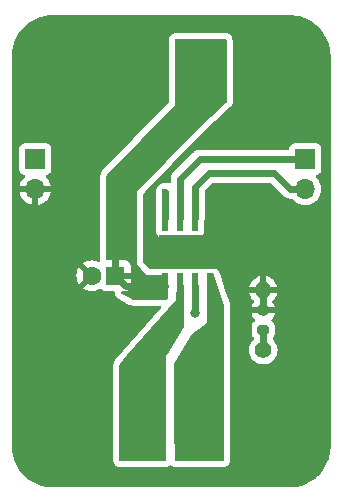
<source format=gbr>
%TF.GenerationSoftware,KiCad,Pcbnew,(7.0.0)*%
%TF.CreationDate,2023-05-21T11:31:51-07:00*%
%TF.ProjectId,DRV8870-breakout-board,44525638-3837-4302-9d62-7265616b6f75,rev?*%
%TF.SameCoordinates,Original*%
%TF.FileFunction,Copper,L1,Top*%
%TF.FilePolarity,Positive*%
%FSLAX46Y46*%
G04 Gerber Fmt 4.6, Leading zero omitted, Abs format (unit mm)*
G04 Created by KiCad (PCBNEW (7.0.0)) date 2023-05-21 11:31:51*
%MOMM*%
%LPD*%
G01*
G04 APERTURE LIST*
G04 Aperture macros list*
%AMRoundRect*
0 Rectangle with rounded corners*
0 $1 Rounding radius*
0 $2 $3 $4 $5 $6 $7 $8 $9 X,Y pos of 4 corners*
0 Add a 4 corners polygon primitive as box body*
4,1,4,$2,$3,$4,$5,$6,$7,$8,$9,$2,$3,0*
0 Add four circle primitives for the rounded corners*
1,1,$1+$1,$2,$3*
1,1,$1+$1,$4,$5*
1,1,$1+$1,$6,$7*
1,1,$1+$1,$8,$9*
0 Add four rect primitives between the rounded corners*
20,1,$1+$1,$2,$3,$4,$5,0*
20,1,$1+$1,$4,$5,$6,$7,0*
20,1,$1+$1,$6,$7,$8,$9,0*
20,1,$1+$1,$8,$9,$2,$3,0*%
G04 Aperture macros list end*
%TA.AperFunction,ComponentPad*%
%ADD10C,5.600000*%
%TD*%
%TA.AperFunction,ComponentPad*%
%ADD11R,3.000000X3.000000*%
%TD*%
%TA.AperFunction,ComponentPad*%
%ADD12C,3.000000*%
%TD*%
%TA.AperFunction,ComponentPad*%
%ADD13R,1.600000X1.600000*%
%TD*%
%TA.AperFunction,ComponentPad*%
%ADD14C,1.600000*%
%TD*%
%TA.AperFunction,ComponentPad*%
%ADD15R,1.700000X1.700000*%
%TD*%
%TA.AperFunction,ComponentPad*%
%ADD16O,1.700000X1.700000*%
%TD*%
%TA.AperFunction,SMDPad,CuDef*%
%ADD17RoundRect,0.200000X0.275000X-0.200000X0.275000X0.200000X-0.275000X0.200000X-0.275000X-0.200000X0*%
%TD*%
%TA.AperFunction,ComponentPad*%
%ADD18C,1.400000*%
%TD*%
%TA.AperFunction,ComponentPad*%
%ADD19O,1.400000X1.400000*%
%TD*%
%TA.AperFunction,SMDPad,CuDef*%
%ADD20R,0.500000X2.200000*%
%TD*%
%TA.AperFunction,ComponentPad*%
%ADD21C,0.630000*%
%TD*%
%TA.AperFunction,SMDPad,CuDef*%
%ADD22R,4.900000X2.950000*%
%TD*%
%TA.AperFunction,ViaPad*%
%ADD23C,0.800000*%
%TD*%
%TA.AperFunction,ViaPad*%
%ADD24C,0.600000*%
%TD*%
%TA.AperFunction,Conductor*%
%ADD25C,0.600000*%
%TD*%
%TA.AperFunction,Conductor*%
%ADD26C,0.400000*%
%TD*%
G04 APERTURE END LIST*
D10*
%TO.P,H104,1,1*%
%TO.N,GND*%
X140600000Y-112200000D03*
%TD*%
D11*
%TO.P,J103,1,Pin_1*%
%TO.N,GND*%
X128099999Y-79799999D03*
D12*
%TO.P,J103,2,Pin_2*%
%TO.N,VMOTORS*%
X133100000Y-79800000D03*
%TD*%
D13*
%TO.P,C101,1*%
%TO.N,VMOTORS*%
X125885112Y-97779999D03*
D14*
%TO.P,C101,2*%
%TO.N,GND*%
X123885113Y-97780000D03*
%TD*%
D15*
%TO.P,J104,1,Pin_1*%
%TO.N,+3V3*%
X119099999Y-87899999D03*
D16*
%TO.P,J104,2,Pin_2*%
%TO.N,GND*%
X119099999Y-90439999D03*
%TD*%
D17*
%TO.P,R104,1*%
%TO.N,Net-(U102-ISEN)*%
X138400000Y-102350000D03*
%TO.P,R104,2*%
%TO.N,GND*%
X138400000Y-100700000D03*
%TD*%
D18*
%TO.P,R105,1*%
%TO.N,Net-(U102-ISEN)*%
X138400000Y-104065000D03*
D19*
%TO.P,R105,2*%
%TO.N,GND*%
X138399999Y-98984999D03*
%TD*%
D10*
%TO.P,H103,1,1*%
%TO.N,GND*%
X120600000Y-112200000D03*
%TD*%
D15*
%TO.P,J102,1,Pin_1*%
%TO.N,IN1*%
X141959999Y-87899999D03*
D16*
%TO.P,J102,2,Pin_2*%
%TO.N,IN2*%
X141959999Y-90439999D03*
%TD*%
D10*
%TO.P,H102,1,1*%
%TO.N,GND*%
X140600000Y-79200000D03*
%TD*%
D11*
%TO.P,J101,1,Pin_1*%
%TO.N,OUT2*%
X133099999Y-111599999D03*
D12*
%TO.P,J101,2,Pin_2*%
%TO.N,OUT1*%
X128100000Y-111600000D03*
%TD*%
D10*
%TO.P,H101,1,1*%
%TO.N,GND*%
X120600000Y-79200000D03*
%TD*%
D20*
%TO.P,U102,1,GND*%
%TO.N,GND*%
X133904999Y-92924999D03*
%TO.P,U102,2,IN2*%
%TO.N,IN2*%
X132634999Y-92924999D03*
%TO.P,U102,3,IN1*%
%TO.N,IN1*%
X131364999Y-92924999D03*
%TO.P,U102,4,VREF*%
%TO.N,+3V3*%
X130094999Y-92924999D03*
%TO.P,U102,5,VM*%
%TO.N,VMOTORS*%
X130094999Y-98674999D03*
%TO.P,U102,6,OUT1*%
%TO.N,OUT1*%
X131364999Y-98674999D03*
%TO.P,U102,7,ISEN*%
%TO.N,Net-(U102-ISEN)*%
X132634999Y-98674999D03*
%TO.P,U102,8,OUT2*%
%TO.N,OUT2*%
X133904999Y-98674999D03*
D21*
%TO.P,U102,9,GND*%
%TO.N,GND*%
X133300000Y-95150000D03*
X132000000Y-95150000D03*
X130700000Y-95150000D03*
D22*
X131999999Y-95799999D03*
D21*
X133300000Y-96450000D03*
X132000000Y-96450000D03*
X130700000Y-96450000D03*
%TD*%
D23*
%TO.N,Net-(U102-ISEN)*%
X132635000Y-100950000D03*
D24*
%TO.N,GND*%
X128500000Y-95700000D03*
D23*
X135730000Y-91900000D03*
X137300000Y-84700000D03*
X138500000Y-106900000D03*
X123300000Y-85300000D03*
X122900000Y-105300000D03*
X134300000Y-90540000D03*
D24*
%TO.N,+3V3*%
X130100000Y-90700000D03*
%TD*%
D25*
%TO.N,VMOTORS*%
X125885113Y-90154887D02*
X125885113Y-97780000D01*
X133100000Y-79800000D02*
X133100000Y-82940000D01*
X130095000Y-98675000D02*
X126780113Y-98675000D01*
X126780113Y-98675000D02*
X125885113Y-97780000D01*
X133100000Y-82940000D02*
X125885113Y-90154887D01*
%TO.N,Net-(U102-ISEN)*%
X132635000Y-100950000D02*
X132635000Y-98675000D01*
X138400000Y-102350000D02*
X138400000Y-104065000D01*
%TO.N,GND*%
X138400000Y-100885051D02*
X138400000Y-100700000D01*
X138400000Y-100700000D02*
X138400000Y-98985000D01*
%TO.N,OUT1*%
X131365000Y-98675000D02*
X131365000Y-101615000D01*
D26*
X128100000Y-110325000D02*
X128100000Y-110700000D01*
D25*
X131365000Y-101615000D02*
X128100000Y-104880000D01*
X128100000Y-104880000D02*
X128100000Y-111600000D01*
D26*
%TO.N,OUT2*%
X133100000Y-110700000D02*
X133600000Y-110200000D01*
D25*
X133905000Y-98675000D02*
X133905000Y-110795000D01*
D26*
X133100000Y-111600000D02*
X133600000Y-111100000D01*
D25*
X133905000Y-110795000D02*
X133100000Y-111600000D01*
%TO.N,+3V3*%
X130100000Y-90700000D02*
X130100000Y-92920000D01*
X130100000Y-92920000D02*
X130095000Y-92925000D01*
%TO.N,IN2*%
X132635000Y-90255000D02*
X132635000Y-92925000D01*
X140690000Y-90440000D02*
X139350000Y-89100000D01*
X141960000Y-90440000D02*
X140690000Y-90440000D01*
X139350000Y-89100000D02*
X133790000Y-89100000D01*
X133790000Y-89100000D02*
X132635000Y-90255000D01*
%TO.N,IN1*%
X133040000Y-87900000D02*
X141960000Y-87900000D01*
X131365000Y-92925000D02*
X131365000Y-89575000D01*
X131365000Y-89575000D02*
X133040000Y-87900000D01*
%TD*%
%TA.AperFunction,Conductor*%
%TO.N,OUT2*%
G36*
X134160775Y-97610593D02*
G01*
X134202355Y-97640563D01*
X134228262Y-97684786D01*
X135093637Y-100280911D01*
X135100000Y-100320123D01*
X135100000Y-113376000D01*
X135083387Y-113438000D01*
X135038000Y-113483387D01*
X134976000Y-113500000D01*
X131023247Y-113500000D01*
X130961465Y-113483513D01*
X130916113Y-113438436D01*
X130899249Y-113376756D01*
X130882409Y-110615160D01*
X130850204Y-105333605D01*
X130866794Y-105270890D01*
X132336910Y-102722687D01*
X132371147Y-102684545D01*
X133650000Y-101750000D01*
X133650000Y-97724000D01*
X133666613Y-97662000D01*
X133712000Y-97616613D01*
X133774000Y-97600000D01*
X134110626Y-97600000D01*
X134160775Y-97610593D01*
G37*
%TD.AperFunction*%
%TD*%
%TA.AperFunction,Conductor*%
%TO.N,VMOTORS*%
G36*
X135238000Y-77716613D02*
G01*
X135283387Y-77762000D01*
X135300000Y-77824000D01*
X135300000Y-83045708D01*
X135289590Y-83095441D01*
X135260107Y-83136824D01*
X132701358Y-85498745D01*
X132701332Y-85498770D01*
X132700000Y-85500000D01*
X132698718Y-85501332D01*
X132698706Y-85501345D01*
X127708251Y-90691417D01*
X127708247Y-90691422D01*
X127700000Y-90700000D01*
X127700000Y-91900000D01*
X127700000Y-96800000D01*
X128500000Y-97700000D01*
X129900000Y-97700000D01*
X130176000Y-97700000D01*
X130238000Y-97716613D01*
X130283387Y-97762000D01*
X130300000Y-97824000D01*
X130300000Y-99676000D01*
X130283387Y-99738000D01*
X130238000Y-99783387D01*
X130176000Y-99800000D01*
X127331620Y-99800000D01*
X127272242Y-99784859D01*
X126406908Y-99312859D01*
X126360122Y-99268072D01*
X126342299Y-99205804D01*
X126358302Y-99143045D01*
X126403766Y-99096915D01*
X126466286Y-99080000D01*
X126729631Y-99080000D01*
X126736227Y-99079646D01*
X126784780Y-99074426D01*
X126799754Y-99070888D01*
X126918890Y-99026452D01*
X126934302Y-99018037D01*
X127035205Y-98942501D01*
X127047614Y-98930092D01*
X127123150Y-98829189D01*
X127131565Y-98813777D01*
X127176001Y-98694641D01*
X127179539Y-98679667D01*
X127184759Y-98631114D01*
X127185113Y-98624518D01*
X127185113Y-98046326D01*
X127181662Y-98033450D01*
X127168787Y-98030000D01*
X125759113Y-98030000D01*
X125697113Y-98013387D01*
X125651726Y-97968000D01*
X125635113Y-97906000D01*
X125635113Y-97513674D01*
X126135113Y-97513674D01*
X126138563Y-97526549D01*
X126151439Y-97530000D01*
X127168787Y-97530000D01*
X127181662Y-97526549D01*
X127185113Y-97513674D01*
X127185113Y-96935482D01*
X127184759Y-96928885D01*
X127179539Y-96880332D01*
X127176001Y-96865358D01*
X127131565Y-96746222D01*
X127123150Y-96730810D01*
X127047614Y-96629907D01*
X127035205Y-96617498D01*
X126934302Y-96541962D01*
X126918890Y-96533547D01*
X126799754Y-96489111D01*
X126784780Y-96485573D01*
X126736227Y-96480353D01*
X126729631Y-96480000D01*
X126151439Y-96480000D01*
X126138563Y-96483450D01*
X126135113Y-96496326D01*
X126135113Y-97513674D01*
X125635113Y-97513674D01*
X125635113Y-96496326D01*
X125631662Y-96483450D01*
X125618787Y-96480000D01*
X125224000Y-96480000D01*
X125162000Y-96463387D01*
X125116613Y-96418000D01*
X125100000Y-96356000D01*
X125100000Y-89350136D01*
X125109041Y-89303656D01*
X125134845Y-89263953D01*
X130891696Y-83308590D01*
X130900000Y-83300000D01*
X130900000Y-77824000D01*
X130916613Y-77762000D01*
X130962000Y-77716613D01*
X131024000Y-77700000D01*
X135176000Y-77700000D01*
X135238000Y-77716613D01*
G37*
%TD.AperFunction*%
%TD*%
%TA.AperFunction,Conductor*%
%TO.N,OUT1*%
G36*
X131638000Y-99016613D02*
G01*
X131683387Y-99062000D01*
X131700000Y-99124000D01*
X131700000Y-102064437D01*
X131681152Y-102130157D01*
X130209237Y-104485219D01*
X130209236Y-104485222D01*
X130200000Y-104500000D01*
X130200000Y-104517430D01*
X130200000Y-113376000D01*
X130183387Y-113438000D01*
X130138000Y-113483387D01*
X130076000Y-113500000D01*
X126324000Y-113500000D01*
X126262000Y-113483387D01*
X126216613Y-113438000D01*
X126200000Y-113376000D01*
X126200000Y-105346864D01*
X126208007Y-105303027D01*
X126230995Y-105264851D01*
X126890084Y-104517430D01*
X131050000Y-99800000D01*
X131050000Y-99124000D01*
X131066613Y-99062000D01*
X131112000Y-99016613D01*
X131174000Y-99000000D01*
X131576000Y-99000000D01*
X131638000Y-99016613D01*
G37*
%TD.AperFunction*%
%TD*%
%TA.AperFunction,Conductor*%
%TO.N,GND*%
G36*
X140603032Y-75700649D02*
G01*
X140607384Y-75700862D01*
X140752450Y-75707989D01*
X140943670Y-75718010D01*
X140955324Y-75719177D01*
X141121254Y-75743791D01*
X141122225Y-75743940D01*
X141294897Y-75771289D01*
X141305570Y-75773465D01*
X141471374Y-75814997D01*
X141473014Y-75815422D01*
X141638880Y-75859866D01*
X141648544Y-75862884D01*
X141736363Y-75894307D01*
X141810526Y-75920843D01*
X141813188Y-75921830D01*
X141846726Y-75934704D01*
X141972097Y-75982829D01*
X141980623Y-75986475D01*
X142136869Y-76060374D01*
X142140055Y-76061939D01*
X142282487Y-76134511D01*
X142291094Y-76138897D01*
X142298547Y-76143023D01*
X142331730Y-76162912D01*
X142447075Y-76232047D01*
X142450824Y-76234387D01*
X142592670Y-76326503D01*
X142598977Y-76330884D01*
X142738210Y-76434147D01*
X142742365Y-76437367D01*
X142873635Y-76543667D01*
X142878872Y-76548155D01*
X143007389Y-76664636D01*
X143011797Y-76668833D01*
X143131165Y-76788201D01*
X143135362Y-76792609D01*
X143251843Y-76921126D01*
X143256331Y-76926363D01*
X143362620Y-77057619D01*
X143365851Y-77061788D01*
X143469114Y-77201021D01*
X143473505Y-77207343D01*
X143517914Y-77275726D01*
X143565599Y-77349155D01*
X143567963Y-77352942D01*
X143656975Y-77501451D01*
X143661101Y-77508904D01*
X143738037Y-77659898D01*
X143739647Y-77663176D01*
X143813510Y-77819345D01*
X143817179Y-77827925D01*
X143878168Y-77986810D01*
X143879155Y-77989472D01*
X143937111Y-78151447D01*
X143940135Y-78161128D01*
X143984535Y-78326827D01*
X143985044Y-78328792D01*
X144026526Y-78494398D01*
X144028715Y-78505130D01*
X144056041Y-78677665D01*
X144056226Y-78678867D01*
X144080818Y-78844649D01*
X144081990Y-78856355D01*
X144091989Y-79047157D01*
X144091886Y-79047162D01*
X144092011Y-79047561D01*
X144099351Y-79196967D01*
X144099500Y-79203052D01*
X144099500Y-112196948D01*
X144099351Y-112203033D01*
X144092014Y-112352369D01*
X144091993Y-112352774D01*
X144081990Y-112543644D01*
X144080818Y-112555349D01*
X144056226Y-112721131D01*
X144056041Y-112722333D01*
X144028715Y-112894868D01*
X144026526Y-112905600D01*
X143985044Y-113071206D01*
X143984535Y-113073171D01*
X143940135Y-113238870D01*
X143937111Y-113248551D01*
X143879155Y-113410526D01*
X143878168Y-113413188D01*
X143817179Y-113572073D01*
X143813510Y-113580653D01*
X143739647Y-113736822D01*
X143738037Y-113740100D01*
X143661101Y-113891094D01*
X143656975Y-113898547D01*
X143567963Y-114047056D01*
X143565599Y-114050843D01*
X143473512Y-114192645D01*
X143469114Y-114198977D01*
X143365851Y-114338210D01*
X143362620Y-114342379D01*
X143256331Y-114473635D01*
X143251843Y-114478872D01*
X143135362Y-114607389D01*
X143131165Y-114611797D01*
X143011797Y-114731165D01*
X143007389Y-114735362D01*
X142878872Y-114851843D01*
X142873635Y-114856331D01*
X142742379Y-114962620D01*
X142738210Y-114965851D01*
X142598977Y-115069114D01*
X142592645Y-115073512D01*
X142450843Y-115165599D01*
X142447056Y-115167963D01*
X142298547Y-115256975D01*
X142291094Y-115261101D01*
X142140100Y-115338037D01*
X142136822Y-115339647D01*
X141980653Y-115413510D01*
X141972073Y-115417179D01*
X141813188Y-115478168D01*
X141810526Y-115479155D01*
X141648551Y-115537111D01*
X141638870Y-115540135D01*
X141473171Y-115584535D01*
X141471206Y-115585044D01*
X141305600Y-115626526D01*
X141294868Y-115628715D01*
X141122333Y-115656041D01*
X141121131Y-115656226D01*
X140955349Y-115680818D01*
X140943644Y-115681990D01*
X140752774Y-115691993D01*
X140752369Y-115692014D01*
X140603033Y-115699351D01*
X140596948Y-115699500D01*
X120603052Y-115699500D01*
X120596967Y-115699351D01*
X120447629Y-115692014D01*
X120447224Y-115691993D01*
X120256354Y-115681990D01*
X120244649Y-115680818D01*
X120078867Y-115656226D01*
X120077665Y-115656041D01*
X119905130Y-115628715D01*
X119894398Y-115626526D01*
X119728792Y-115585044D01*
X119726827Y-115584535D01*
X119561128Y-115540135D01*
X119551447Y-115537111D01*
X119389472Y-115479155D01*
X119386810Y-115478168D01*
X119227925Y-115417179D01*
X119219351Y-115413512D01*
X119063176Y-115339647D01*
X119059898Y-115338037D01*
X118908904Y-115261101D01*
X118901451Y-115256975D01*
X118752942Y-115167963D01*
X118749155Y-115165599D01*
X118701996Y-115134973D01*
X118607343Y-115073505D01*
X118601021Y-115069114D01*
X118461788Y-114965851D01*
X118457619Y-114962620D01*
X118326363Y-114856331D01*
X118321126Y-114851843D01*
X118192609Y-114735362D01*
X118188201Y-114731165D01*
X118068833Y-114611797D01*
X118064636Y-114607389D01*
X117948155Y-114478872D01*
X117943667Y-114473635D01*
X117837378Y-114342379D01*
X117834147Y-114338210D01*
X117730884Y-114198977D01*
X117726503Y-114192670D01*
X117634387Y-114050824D01*
X117632035Y-114047056D01*
X117606812Y-114004974D01*
X117543023Y-113898547D01*
X117538897Y-113891094D01*
X117534511Y-113882487D01*
X117461939Y-113740055D01*
X117460374Y-113736869D01*
X117386475Y-113580623D01*
X117382829Y-113572097D01*
X117321830Y-113413188D01*
X117320843Y-113410526D01*
X117310173Y-113380705D01*
X117262884Y-113248544D01*
X117259863Y-113238870D01*
X117215422Y-113073014D01*
X117214997Y-113071374D01*
X117173465Y-112905570D01*
X117171289Y-112894897D01*
X117143940Y-112722225D01*
X117143791Y-112721254D01*
X117119177Y-112555324D01*
X117118010Y-112543670D01*
X117107985Y-112352369D01*
X117100647Y-112202994D01*
X117100499Y-112196988D01*
X117100000Y-100645053D01*
X117100000Y-98858703D01*
X123163330Y-98858703D01*
X123170763Y-98866814D01*
X123228190Y-98907025D01*
X123237540Y-98912423D01*
X123433881Y-99003979D01*
X123444015Y-99007667D01*
X123653275Y-99063739D01*
X123663906Y-99065613D01*
X123879718Y-99084494D01*
X123890508Y-99084494D01*
X124106319Y-99065613D01*
X124116950Y-99063739D01*
X124326210Y-99007667D01*
X124336344Y-99003979D01*
X124532693Y-98912420D01*
X124542028Y-98907030D01*
X124550363Y-98901194D01*
X124609374Y-98879358D01*
X124671506Y-98889297D01*
X124715714Y-98924442D01*
X124715981Y-98924176D01*
X124718311Y-98926506D01*
X124720759Y-98928452D01*
X124727567Y-98937546D01*
X124842782Y-99023796D01*
X124977630Y-99074091D01*
X125037240Y-99080500D01*
X125713794Y-99080499D01*
X125775272Y-99096812D01*
X125820574Y-99141459D01*
X125837781Y-99202694D01*
X125837814Y-99205016D01*
X125836853Y-99213160D01*
X125838050Y-99221269D01*
X125838051Y-99221273D01*
X125855716Y-99340857D01*
X125855718Y-99340867D01*
X125856315Y-99344907D01*
X125857440Y-99348837D01*
X125857441Y-99348842D01*
X125873011Y-99403240D01*
X125873014Y-99403249D01*
X125874138Y-99407175D01*
X125875770Y-99410921D01*
X125875773Y-99410929D01*
X125924054Y-99521745D01*
X125927332Y-99529268D01*
X126010566Y-99633230D01*
X126034750Y-99656381D01*
X126054392Y-99675184D01*
X126054396Y-99675187D01*
X126057352Y-99678017D01*
X126164848Y-99756635D01*
X127030182Y-100228635D01*
X127073693Y-100245737D01*
X127143729Y-100273266D01*
X127143733Y-100273267D01*
X127147340Y-100274685D01*
X127206718Y-100289826D01*
X127331620Y-100305500D01*
X129655602Y-100305500D01*
X129710507Y-100318318D01*
X129754060Y-100354121D01*
X129777259Y-100405508D01*
X129775306Y-100461855D01*
X129748607Y-100511513D01*
X125853702Y-104928414D01*
X125853684Y-104928435D01*
X125851851Y-104930515D01*
X125850201Y-104932765D01*
X125850192Y-104932778D01*
X125799605Y-105001819D01*
X125799594Y-105001834D01*
X125797945Y-105004086D01*
X125796504Y-105006478D01*
X125796498Y-105006488D01*
X125776401Y-105039863D01*
X125776395Y-105039872D01*
X125774957Y-105042262D01*
X125773739Y-105044771D01*
X125773735Y-105044780D01*
X125737593Y-105119282D01*
X125737589Y-105119290D01*
X125735149Y-105124322D01*
X125733650Y-105129715D01*
X125733648Y-105129722D01*
X125711484Y-105209495D01*
X125711479Y-105209515D01*
X125710734Y-105212198D01*
X125710231Y-105214947D01*
X125710231Y-105214951D01*
X125703229Y-105253282D01*
X125703226Y-105253300D01*
X125702727Y-105256035D01*
X125702474Y-105258824D01*
X125702474Y-105258827D01*
X125694752Y-105344075D01*
X125694751Y-105344088D01*
X125694500Y-105346864D01*
X125694500Y-113376000D01*
X125695028Y-113380017D01*
X125695029Y-113380019D01*
X125711194Y-113502807D01*
X125711196Y-113502819D01*
X125711725Y-113506834D01*
X125712773Y-113510748D01*
X125712775Y-113510754D01*
X125727286Y-113564909D01*
X125728338Y-113568834D01*
X125729891Y-113572584D01*
X125729893Y-113572589D01*
X125775726Y-113683240D01*
X125778837Y-113690750D01*
X125783783Y-113697196D01*
X125783785Y-113697199D01*
X125816705Y-113740100D01*
X125859171Y-113795442D01*
X125904558Y-113840829D01*
X125925948Y-113857242D01*
X125979776Y-113898547D01*
X126009250Y-113921163D01*
X126131166Y-113971662D01*
X126193166Y-113988275D01*
X126324000Y-114005500D01*
X130071947Y-114005500D01*
X130076000Y-114005500D01*
X130206834Y-113988275D01*
X130268834Y-113971662D01*
X130390750Y-113921163D01*
X130474056Y-113857239D01*
X130522596Y-113834579D01*
X130576172Y-113834511D01*
X130624772Y-113857049D01*
X130709604Y-113921801D01*
X130831129Y-113971922D01*
X130892911Y-113988409D01*
X131023247Y-114005500D01*
X134971947Y-114005500D01*
X134976000Y-114005500D01*
X135106834Y-113988275D01*
X135168834Y-113971662D01*
X135290750Y-113921163D01*
X135395442Y-113840829D01*
X135440829Y-113795442D01*
X135521163Y-113690750D01*
X135571662Y-113568834D01*
X135588275Y-113506834D01*
X135605500Y-113376000D01*
X135605500Y-104065000D01*
X137194357Y-104065000D01*
X137214885Y-104286536D01*
X137216454Y-104292050D01*
X137274201Y-104495013D01*
X137274204Y-104495021D01*
X137275771Y-104500528D01*
X137278323Y-104505653D01*
X137278325Y-104505658D01*
X137372387Y-104694559D01*
X137372389Y-104694563D01*
X137374942Y-104699689D01*
X137378391Y-104704256D01*
X137378394Y-104704261D01*
X137505561Y-104872658D01*
X137505566Y-104872663D01*
X137509019Y-104877236D01*
X137513255Y-104881097D01*
X137513259Y-104881102D01*
X137625603Y-104983517D01*
X137673438Y-105027124D01*
X137862599Y-105144247D01*
X138070060Y-105224618D01*
X138288757Y-105265500D01*
X138505514Y-105265500D01*
X138511243Y-105265500D01*
X138729940Y-105224618D01*
X138937401Y-105144247D01*
X139126562Y-105027124D01*
X139290981Y-104877236D01*
X139425058Y-104699689D01*
X139524229Y-104500528D01*
X139585115Y-104286536D01*
X139605643Y-104065000D01*
X139585115Y-103843464D01*
X139524229Y-103629472D01*
X139425058Y-103430311D01*
X139421605Y-103425738D01*
X139294438Y-103257341D01*
X139294434Y-103257337D01*
X139290981Y-103252764D01*
X139240961Y-103207165D01*
X139211066Y-103165615D01*
X139200500Y-103115529D01*
X139200500Y-103064765D01*
X139207283Y-103024315D01*
X139226320Y-102989336D01*
X139230472Y-102985185D01*
X139318478Y-102839606D01*
X139369086Y-102677196D01*
X139375500Y-102606616D01*
X139375500Y-102093384D01*
X139369086Y-102022804D01*
X139318478Y-101860394D01*
X139230472Y-101714815D01*
X139127984Y-101612327D01*
X139095890Y-101556740D01*
X139095890Y-101492552D01*
X139127984Y-101436965D01*
X139224771Y-101340177D01*
X139233954Y-101328456D01*
X139314135Y-101195820D01*
X139320251Y-101182232D01*
X139366638Y-101033372D01*
X139369184Y-101020568D01*
X139374338Y-100963856D01*
X139371549Y-100953450D01*
X139358674Y-100950000D01*
X137441327Y-100950000D01*
X137428451Y-100953450D01*
X137425662Y-100963856D01*
X137430815Y-101020570D01*
X137433361Y-101033369D01*
X137479748Y-101182232D01*
X137485864Y-101195820D01*
X137566045Y-101328456D01*
X137575228Y-101340177D01*
X137672016Y-101436965D01*
X137704110Y-101492552D01*
X137704110Y-101556740D01*
X137672016Y-101612327D01*
X137574831Y-101709511D01*
X137574827Y-101709515D01*
X137569528Y-101714815D01*
X137565651Y-101721227D01*
X137565648Y-101721232D01*
X137485400Y-101853978D01*
X137485398Y-101853982D01*
X137481522Y-101860394D01*
X137479292Y-101867548D01*
X137479292Y-101867550D01*
X137432864Y-102016542D01*
X137432861Y-102016553D01*
X137430914Y-102022804D01*
X137430320Y-102029335D01*
X137430320Y-102029338D01*
X137427131Y-102064437D01*
X137424500Y-102093384D01*
X137424500Y-102606616D01*
X137430914Y-102677196D01*
X137432862Y-102683448D01*
X137432864Y-102683457D01*
X137472452Y-102810500D01*
X137481522Y-102839606D01*
X137569528Y-102985185D01*
X137573679Y-102989336D01*
X137592717Y-103024315D01*
X137599500Y-103064765D01*
X137599500Y-103115529D01*
X137588934Y-103165615D01*
X137559038Y-103207166D01*
X137513259Y-103248898D01*
X137513254Y-103248902D01*
X137509019Y-103252764D01*
X137505570Y-103257330D01*
X137505561Y-103257341D01*
X137378394Y-103425738D01*
X137378387Y-103425748D01*
X137374942Y-103430311D01*
X137372392Y-103435431D01*
X137372387Y-103435440D01*
X137278325Y-103624341D01*
X137278321Y-103624349D01*
X137275771Y-103629472D01*
X137274205Y-103634975D01*
X137274201Y-103634986D01*
X137216454Y-103837949D01*
X137214885Y-103843464D01*
X137194357Y-104065000D01*
X135605500Y-104065000D01*
X135605500Y-100320123D01*
X135598973Y-100239154D01*
X135592610Y-100199942D01*
X135573196Y-100121058D01*
X135278703Y-99237580D01*
X137226920Y-99237580D01*
X137227440Y-99248835D01*
X137274672Y-99414840D01*
X137278792Y-99425474D01*
X137372813Y-99614295D01*
X137378820Y-99623997D01*
X137505932Y-99792320D01*
X137513630Y-99800763D01*
X137585399Y-99866189D01*
X137620590Y-99922058D01*
X137622116Y-99988069D01*
X137589544Y-100045505D01*
X137575228Y-100059821D01*
X137566047Y-100071539D01*
X137485864Y-100204179D01*
X137479748Y-100217767D01*
X137433361Y-100366627D01*
X137430815Y-100379431D01*
X137425661Y-100436143D01*
X137428450Y-100446549D01*
X137441326Y-100450000D01*
X138133674Y-100450000D01*
X138146549Y-100446549D01*
X138150000Y-100433674D01*
X138650000Y-100433674D01*
X138653450Y-100446549D01*
X138666326Y-100450000D01*
X139358673Y-100450000D01*
X139371548Y-100446549D01*
X139374337Y-100436143D01*
X139369184Y-100379429D01*
X139366638Y-100366630D01*
X139320251Y-100217767D01*
X139314135Y-100204179D01*
X139233954Y-100071543D01*
X139224771Y-100059822D01*
X139210457Y-100045508D01*
X139177883Y-99988072D01*
X139179408Y-99922060D01*
X139214600Y-99866190D01*
X139286369Y-99800763D01*
X139294067Y-99792320D01*
X139421179Y-99623997D01*
X139427186Y-99614295D01*
X139521207Y-99425474D01*
X139525327Y-99414840D01*
X139572559Y-99248835D01*
X139573079Y-99237580D01*
X139562110Y-99235000D01*
X138666326Y-99235000D01*
X138653450Y-99238450D01*
X138650000Y-99251326D01*
X138650000Y-100433674D01*
X138150000Y-100433674D01*
X138150000Y-99251326D01*
X138146549Y-99238450D01*
X138133674Y-99235000D01*
X137237890Y-99235000D01*
X137226920Y-99237580D01*
X135278703Y-99237580D01*
X135110316Y-98732419D01*
X137226920Y-98732419D01*
X137237890Y-98735000D01*
X138133674Y-98735000D01*
X138146549Y-98731549D01*
X138150000Y-98718674D01*
X138650000Y-98718674D01*
X138653450Y-98731549D01*
X138666326Y-98735000D01*
X139562110Y-98735000D01*
X139573079Y-98732419D01*
X139572559Y-98721164D01*
X139525327Y-98555159D01*
X139521207Y-98544525D01*
X139427186Y-98355704D01*
X139421179Y-98346002D01*
X139294067Y-98177679D01*
X139286369Y-98169235D01*
X139130494Y-98027137D01*
X139121390Y-98020261D01*
X138942049Y-97909218D01*
X138931836Y-97904132D01*
X138735144Y-97827933D01*
X138724168Y-97824811D01*
X138663429Y-97813457D01*
X138652401Y-97813839D01*
X138650000Y-97824607D01*
X138650000Y-98718674D01*
X138150000Y-98718674D01*
X138150000Y-97824607D01*
X138147598Y-97813839D01*
X138136570Y-97813457D01*
X138075831Y-97824811D01*
X138064855Y-97827933D01*
X137868163Y-97904132D01*
X137857950Y-97909218D01*
X137678609Y-98020261D01*
X137669505Y-98027137D01*
X137513630Y-98169235D01*
X137505932Y-98177679D01*
X137378820Y-98346002D01*
X137372813Y-98355704D01*
X137278792Y-98544525D01*
X137274672Y-98555159D01*
X137227440Y-98721164D01*
X137226920Y-98732419D01*
X135110316Y-98732419D01*
X134707821Y-97524933D01*
X134664428Y-97429268D01*
X134638521Y-97385045D01*
X134576299Y-97300422D01*
X134572790Y-97297291D01*
X134567682Y-97291106D01*
X134517858Y-97224550D01*
X134512546Y-97217454D01*
X134481883Y-97194500D01*
X134404431Y-97136519D01*
X134404430Y-97136518D01*
X134397331Y-97131204D01*
X134262483Y-97080909D01*
X134254770Y-97080079D01*
X134254767Y-97080079D01*
X134206180Y-97074855D01*
X134206169Y-97074854D01*
X134202873Y-97074500D01*
X134199550Y-97074500D01*
X133610439Y-97074500D01*
X133610420Y-97074500D01*
X133607128Y-97074501D01*
X133603850Y-97074853D01*
X133603838Y-97074854D01*
X133555231Y-97080079D01*
X133555225Y-97080080D01*
X133547517Y-97080909D01*
X133540252Y-97083618D01*
X133540246Y-97083620D01*
X133420980Y-97128104D01*
X133420978Y-97128104D01*
X133412669Y-97131204D01*
X133405569Y-97136518D01*
X133405569Y-97136519D01*
X133344309Y-97182377D01*
X133296356Y-97204275D01*
X133243640Y-97204275D01*
X133195688Y-97182376D01*
X133134431Y-97136519D01*
X133134430Y-97136518D01*
X133127331Y-97131204D01*
X132992483Y-97080909D01*
X132984770Y-97080079D01*
X132984767Y-97080079D01*
X132936180Y-97074855D01*
X132936169Y-97074854D01*
X132932873Y-97074500D01*
X132929550Y-97074500D01*
X132340439Y-97074500D01*
X132340420Y-97074500D01*
X132337128Y-97074501D01*
X132333850Y-97074853D01*
X132333838Y-97074854D01*
X132285231Y-97080079D01*
X132285225Y-97080080D01*
X132277517Y-97080909D01*
X132270252Y-97083618D01*
X132270246Y-97083620D01*
X132150980Y-97128104D01*
X132150978Y-97128104D01*
X132142669Y-97131204D01*
X132135569Y-97136518D01*
X132135569Y-97136519D01*
X132074309Y-97182377D01*
X132026356Y-97204275D01*
X131973640Y-97204275D01*
X131925688Y-97182376D01*
X131864431Y-97136519D01*
X131864430Y-97136518D01*
X131857331Y-97131204D01*
X131722483Y-97080909D01*
X131714770Y-97080079D01*
X131714767Y-97080079D01*
X131666180Y-97074855D01*
X131666169Y-97074854D01*
X131662873Y-97074500D01*
X131659550Y-97074500D01*
X131070439Y-97074500D01*
X131070420Y-97074500D01*
X131067128Y-97074501D01*
X131063850Y-97074853D01*
X131063838Y-97074854D01*
X131015231Y-97080079D01*
X131015225Y-97080080D01*
X131007517Y-97080909D01*
X131000252Y-97083618D01*
X131000246Y-97083620D01*
X130880980Y-97128104D01*
X130880978Y-97128104D01*
X130872669Y-97131204D01*
X130865569Y-97136518D01*
X130865569Y-97136519D01*
X130804309Y-97182377D01*
X130756356Y-97204275D01*
X130703640Y-97204275D01*
X130655688Y-97182376D01*
X130594431Y-97136519D01*
X130594430Y-97136518D01*
X130587331Y-97131204D01*
X130452483Y-97080909D01*
X130444770Y-97080079D01*
X130444767Y-97080079D01*
X130396180Y-97074855D01*
X130396169Y-97074854D01*
X130392873Y-97074500D01*
X130389550Y-97074500D01*
X129800439Y-97074500D01*
X129800420Y-97074500D01*
X129797128Y-97074501D01*
X129793850Y-97074853D01*
X129793838Y-97074854D01*
X129745231Y-97080079D01*
X129745225Y-97080080D01*
X129737517Y-97080909D01*
X129730252Y-97083618D01*
X129730246Y-97083620D01*
X129610979Y-97128104D01*
X129610975Y-97128105D01*
X129602669Y-97131204D01*
X129551153Y-97169769D01*
X129516006Y-97188154D01*
X129476846Y-97194500D01*
X128782687Y-97194500D01*
X128731890Y-97183618D01*
X128690008Y-97152881D01*
X128611116Y-97064128D01*
X128245643Y-96652971D01*
X128236821Y-96643046D01*
X128213595Y-96604732D01*
X128205500Y-96560665D01*
X128205500Y-90953545D01*
X128214479Y-90907218D01*
X128240117Y-90867600D01*
X128401271Y-90700000D01*
X129294435Y-90700000D01*
X129295215Y-90706923D01*
X129298720Y-90738031D01*
X129299500Y-90751914D01*
X129299500Y-92798929D01*
X129296391Y-92826519D01*
X129294500Y-92834806D01*
X129294500Y-93015194D01*
X129296048Y-93021980D01*
X129296049Y-93021981D01*
X129333089Y-93184269D01*
X129333091Y-93184275D01*
X129334640Y-93191061D01*
X129337567Y-93197139D01*
X129344500Y-93237948D01*
X129344500Y-94069560D01*
X129344500Y-94069578D01*
X129344501Y-94072872D01*
X129344853Y-94076150D01*
X129344854Y-94076161D01*
X129350079Y-94124768D01*
X129350080Y-94124773D01*
X129350909Y-94132483D01*
X129353619Y-94139749D01*
X129353620Y-94139753D01*
X129387217Y-94229831D01*
X129401204Y-94267331D01*
X129487454Y-94382546D01*
X129602669Y-94468796D01*
X129737517Y-94519091D01*
X129797127Y-94525500D01*
X130392872Y-94525499D01*
X130452483Y-94519091D01*
X130587331Y-94468796D01*
X130655689Y-94417622D01*
X130703642Y-94395724D01*
X130756358Y-94395724D01*
X130804310Y-94417622D01*
X130872669Y-94468796D01*
X131007517Y-94519091D01*
X131067127Y-94525500D01*
X131662872Y-94525499D01*
X131722483Y-94519091D01*
X131857331Y-94468796D01*
X131925689Y-94417622D01*
X131973642Y-94395724D01*
X132026358Y-94395724D01*
X132074310Y-94417622D01*
X132142669Y-94468796D01*
X132277517Y-94519091D01*
X132337127Y-94525500D01*
X132932872Y-94525499D01*
X132992483Y-94519091D01*
X133127331Y-94468796D01*
X133242546Y-94382546D01*
X133328796Y-94267331D01*
X133379091Y-94132483D01*
X133385500Y-94072873D01*
X133385499Y-93224969D01*
X133392457Y-93184017D01*
X133420368Y-93104255D01*
X133435500Y-92969954D01*
X133435500Y-90637940D01*
X133444939Y-90590487D01*
X133471819Y-90550259D01*
X134085258Y-89936819D01*
X134125486Y-89909939D01*
X134172939Y-89900500D01*
X138967060Y-89900500D01*
X139014513Y-89909939D01*
X139054741Y-89936819D01*
X140060184Y-90942262D01*
X140187738Y-91069816D01*
X140193633Y-91073520D01*
X140220143Y-91090177D01*
X140231484Y-91098223D01*
X140261413Y-91122091D01*
X140267688Y-91125113D01*
X140267690Y-91125114D01*
X140295895Y-91138697D01*
X140308064Y-91145422D01*
X140340478Y-91165789D01*
X140347047Y-91168087D01*
X140347048Y-91168088D01*
X140376606Y-91178431D01*
X140389443Y-91183747D01*
X140423939Y-91200360D01*
X140461266Y-91208879D01*
X140474613Y-91212725D01*
X140504170Y-91223068D01*
X140504175Y-91223069D01*
X140510745Y-91225368D01*
X140548778Y-91229653D01*
X140562484Y-91231981D01*
X140599806Y-91240500D01*
X140645046Y-91240500D01*
X140780194Y-91240500D01*
X140807310Y-91240500D01*
X140864568Y-91254511D01*
X140908886Y-91293379D01*
X140918397Y-91306963D01*
X140918400Y-91306966D01*
X140921505Y-91311401D01*
X141088599Y-91478495D01*
X141282170Y-91614035D01*
X141496337Y-91713903D01*
X141724592Y-91775063D01*
X141960000Y-91795659D01*
X142195408Y-91775063D01*
X142423663Y-91713903D01*
X142637830Y-91614035D01*
X142831401Y-91478495D01*
X142998495Y-91311401D01*
X143134035Y-91117830D01*
X143233903Y-90903663D01*
X143295063Y-90675408D01*
X143315659Y-90440000D01*
X143295063Y-90204592D01*
X143233903Y-89976337D01*
X143134035Y-89762171D01*
X142998495Y-89568599D01*
X142876569Y-89446673D01*
X142845273Y-89393927D01*
X142843084Y-89332634D01*
X142870537Y-89277789D01*
X142920916Y-89242810D01*
X143052331Y-89193796D01*
X143167546Y-89107546D01*
X143253796Y-88992331D01*
X143304091Y-88857483D01*
X143310500Y-88797873D01*
X143310499Y-87002128D01*
X143304091Y-86942517D01*
X143253796Y-86807669D01*
X143167546Y-86692454D01*
X143052331Y-86606204D01*
X142917483Y-86555909D01*
X142909770Y-86555079D01*
X142909767Y-86555079D01*
X142861180Y-86549855D01*
X142861169Y-86549854D01*
X142857873Y-86549500D01*
X142854550Y-86549500D01*
X141065439Y-86549500D01*
X141065420Y-86549500D01*
X141062128Y-86549501D01*
X141058850Y-86549853D01*
X141058838Y-86549854D01*
X141010231Y-86555079D01*
X141010225Y-86555080D01*
X141002517Y-86555909D01*
X140995252Y-86558618D01*
X140995246Y-86558620D01*
X140875980Y-86603104D01*
X140875978Y-86603104D01*
X140867669Y-86606204D01*
X140860572Y-86611516D01*
X140860568Y-86611519D01*
X140759550Y-86687141D01*
X140759546Y-86687144D01*
X140752454Y-86692454D01*
X140747144Y-86699546D01*
X140747141Y-86699550D01*
X140671519Y-86800568D01*
X140671516Y-86800572D01*
X140666204Y-86807669D01*
X140663104Y-86815978D01*
X140663104Y-86815980D01*
X140618620Y-86935247D01*
X140618619Y-86935250D01*
X140615909Y-86942517D01*
X140610937Y-86988758D01*
X140590340Y-87045003D01*
X140545777Y-87085032D01*
X140487649Y-87099500D01*
X133130194Y-87099500D01*
X132949806Y-87099500D01*
X132943020Y-87101048D01*
X132943008Y-87101050D01*
X132912479Y-87108017D01*
X132898781Y-87110345D01*
X132867665Y-87113852D01*
X132867663Y-87113852D01*
X132860745Y-87114632D01*
X132824619Y-87127272D01*
X132811268Y-87131118D01*
X132780726Y-87138089D01*
X132780711Y-87138094D01*
X132773939Y-87139640D01*
X132767672Y-87142657D01*
X132767674Y-87142657D01*
X132739441Y-87156252D01*
X132726603Y-87161569D01*
X132697046Y-87171912D01*
X132697041Y-87171914D01*
X132690478Y-87174211D01*
X132684592Y-87177908D01*
X132684582Y-87177914D01*
X132658066Y-87194575D01*
X132645903Y-87201297D01*
X132617695Y-87214882D01*
X132617687Y-87214886D01*
X132611414Y-87217908D01*
X132581478Y-87241779D01*
X132570155Y-87249813D01*
X132561226Y-87255424D01*
X132543633Y-87266479D01*
X132543628Y-87266482D01*
X132537738Y-87270184D01*
X132532815Y-87275106D01*
X132532811Y-87275110D01*
X132410182Y-87397740D01*
X130862738Y-88945183D01*
X130862735Y-88945186D01*
X130862736Y-88945186D01*
X130735184Y-89072738D01*
X130731479Y-89078632D01*
X130731479Y-89078634D01*
X130714816Y-89105152D01*
X130706773Y-89116487D01*
X130687253Y-89140965D01*
X130687251Y-89140967D01*
X130682909Y-89146413D01*
X130679889Y-89152682D01*
X130679883Y-89152693D01*
X130666299Y-89180900D01*
X130659577Y-89193064D01*
X130648898Y-89210061D01*
X130639211Y-89225478D01*
X130636915Y-89232037D01*
X130636911Y-89232047D01*
X130626565Y-89261613D01*
X130621247Y-89274451D01*
X130607660Y-89302666D01*
X130607657Y-89302671D01*
X130604640Y-89308939D01*
X130603092Y-89315717D01*
X130603089Y-89315728D01*
X130596118Y-89346268D01*
X130592272Y-89359619D01*
X130579632Y-89395745D01*
X130578852Y-89402663D01*
X130578852Y-89402665D01*
X130575345Y-89433781D01*
X130573017Y-89447479D01*
X130566050Y-89478008D01*
X130566048Y-89478020D01*
X130564500Y-89484806D01*
X130564500Y-89491772D01*
X130564500Y-89839681D01*
X130550667Y-89896595D01*
X130512255Y-89940810D01*
X130457834Y-89962463D01*
X130399546Y-89956723D01*
X130285827Y-89916931D01*
X130285821Y-89916929D01*
X130279255Y-89914632D01*
X130272335Y-89913852D01*
X130272334Y-89913852D01*
X130106923Y-89895215D01*
X130100000Y-89894435D01*
X130093077Y-89895215D01*
X129927665Y-89913852D01*
X129927662Y-89913852D01*
X129920745Y-89914632D01*
X129914182Y-89916928D01*
X129914175Y-89916930D01*
X129757043Y-89971913D01*
X129757036Y-89971915D01*
X129750478Y-89974211D01*
X129744590Y-89977910D01*
X129744587Y-89977912D01*
X129603638Y-90066476D01*
X129603633Y-90066479D01*
X129597738Y-90070184D01*
X129592813Y-90075108D01*
X129592809Y-90075112D01*
X129475112Y-90192809D01*
X129475108Y-90192813D01*
X129470184Y-90197738D01*
X129466479Y-90203633D01*
X129466476Y-90203638D01*
X129377912Y-90344587D01*
X129377910Y-90344590D01*
X129374211Y-90350478D01*
X129371915Y-90357036D01*
X129371913Y-90357043D01*
X129316930Y-90514175D01*
X129316928Y-90514182D01*
X129314632Y-90520745D01*
X129313852Y-90527662D01*
X129313852Y-90527665D01*
X129307214Y-90586578D01*
X129294435Y-90700000D01*
X128401271Y-90700000D01*
X133051390Y-85863873D01*
X133056601Y-85858766D01*
X135602978Y-83508267D01*
X135671808Y-83430137D01*
X135701291Y-83388754D01*
X135752652Y-83298181D01*
X135784367Y-83199007D01*
X135794777Y-83149274D01*
X135805500Y-83045708D01*
X135805500Y-77824000D01*
X135788275Y-77693166D01*
X135771662Y-77631166D01*
X135721163Y-77509250D01*
X135640829Y-77404558D01*
X135595442Y-77359171D01*
X135547943Y-77322723D01*
X135497199Y-77283785D01*
X135497196Y-77283783D01*
X135490750Y-77278837D01*
X135483241Y-77275726D01*
X135483240Y-77275726D01*
X135372589Y-77229893D01*
X135372584Y-77229891D01*
X135368834Y-77228338D01*
X135364913Y-77227287D01*
X135364909Y-77227286D01*
X135310754Y-77212775D01*
X135310748Y-77212773D01*
X135306834Y-77211725D01*
X135302819Y-77211196D01*
X135302807Y-77211194D01*
X135180019Y-77195029D01*
X135180017Y-77195028D01*
X135176000Y-77194500D01*
X131024000Y-77194500D01*
X131019983Y-77195028D01*
X131019980Y-77195029D01*
X130897192Y-77211194D01*
X130897177Y-77211196D01*
X130893166Y-77211725D01*
X130889254Y-77212773D01*
X130889245Y-77212775D01*
X130835090Y-77227286D01*
X130835082Y-77227288D01*
X130831166Y-77228338D01*
X130827420Y-77229889D01*
X130827410Y-77229893D01*
X130716759Y-77275726D01*
X130716754Y-77275728D01*
X130709250Y-77278837D01*
X130702806Y-77283780D01*
X130702800Y-77283785D01*
X130607789Y-77356691D01*
X130607782Y-77356696D01*
X130604558Y-77359171D01*
X130601685Y-77362043D01*
X130601677Y-77362051D01*
X130562051Y-77401677D01*
X130562043Y-77401685D01*
X130559171Y-77404558D01*
X130556696Y-77407782D01*
X130556691Y-77407789D01*
X130483785Y-77502800D01*
X130483780Y-77502806D01*
X130478837Y-77509250D01*
X130475728Y-77516754D01*
X130475726Y-77516759D01*
X130429893Y-77627410D01*
X130429889Y-77627420D01*
X130428338Y-77631166D01*
X130427288Y-77635082D01*
X130427286Y-77635090D01*
X130412775Y-77689245D01*
X130412773Y-77689254D01*
X130411725Y-77693166D01*
X130411196Y-77697177D01*
X130411194Y-77697192D01*
X130395113Y-77819345D01*
X130394500Y-77824000D01*
X130394500Y-77828053D01*
X130394500Y-83045479D01*
X130385459Y-83091959D01*
X130359655Y-83131660D01*
X129995603Y-83508267D01*
X124773459Y-88910484D01*
X124773450Y-88910493D01*
X124771396Y-88912619D01*
X124769554Y-88914932D01*
X124769544Y-88914944D01*
X124712851Y-88986154D01*
X124712841Y-88986167D01*
X124710997Y-88988484D01*
X124709386Y-88990962D01*
X124709375Y-88990978D01*
X124686814Y-89025692D01*
X124686809Y-89025700D01*
X124685193Y-89028187D01*
X124683821Y-89030818D01*
X124683816Y-89030829D01*
X124643151Y-89108887D01*
X124643148Y-89108894D01*
X124640396Y-89114177D01*
X124638704Y-89119884D01*
X124638700Y-89119895D01*
X124613688Y-89204278D01*
X124613684Y-89204292D01*
X124612841Y-89207138D01*
X124612274Y-89210052D01*
X124612272Y-89210061D01*
X124604368Y-89250695D01*
X124604366Y-89250706D01*
X124603800Y-89253618D01*
X124603515Y-89256571D01*
X124603513Y-89256588D01*
X124594786Y-89347162D01*
X124594785Y-89347173D01*
X124594500Y-89350136D01*
X124594500Y-96356000D01*
X124595028Y-96360015D01*
X124595029Y-96360021D01*
X124609938Y-96473268D01*
X124601036Y-96538153D01*
X124560321Y-96589452D01*
X124499153Y-96612856D01*
X124434595Y-96601835D01*
X124336349Y-96556022D01*
X124326210Y-96552332D01*
X124116950Y-96496260D01*
X124106319Y-96494386D01*
X123890508Y-96475506D01*
X123879718Y-96475506D01*
X123663906Y-96494386D01*
X123653275Y-96496260D01*
X123444015Y-96552332D01*
X123433881Y-96556020D01*
X123237538Y-96647577D01*
X123228194Y-96652971D01*
X123170764Y-96693183D01*
X123163330Y-96701296D01*
X123169241Y-96710574D01*
X123885113Y-97426447D01*
X124150985Y-97692319D01*
X124183079Y-97747906D01*
X124183079Y-97812094D01*
X124150985Y-97867681D01*
X123169241Y-98849424D01*
X123163330Y-98858703D01*
X117100000Y-98858703D01*
X117100000Y-97785395D01*
X122580619Y-97785395D01*
X122599499Y-98001206D01*
X122601373Y-98011837D01*
X122657445Y-98221097D01*
X122661133Y-98231231D01*
X122752689Y-98427572D01*
X122758087Y-98436922D01*
X122798297Y-98494348D01*
X122806408Y-98501781D01*
X122815687Y-98495870D01*
X123520016Y-97791542D01*
X123526680Y-97779999D01*
X123520016Y-97768457D01*
X122815687Y-97064128D01*
X122806409Y-97058217D01*
X122798296Y-97065651D01*
X122758084Y-97123081D01*
X122752690Y-97132425D01*
X122661133Y-97328768D01*
X122657445Y-97338902D01*
X122601373Y-97548162D01*
X122599499Y-97558793D01*
X122580619Y-97774605D01*
X122580619Y-97785395D01*
X117100000Y-97785395D01*
X117100000Y-90692551D01*
X117772688Y-90692551D01*
X117773056Y-90703780D01*
X117825168Y-90898263D01*
X117828856Y-90908397D01*
X117924113Y-91112676D01*
X117929501Y-91122008D01*
X118058784Y-91306643D01*
X118065721Y-91314909D01*
X118225090Y-91474278D01*
X118233356Y-91481215D01*
X118417991Y-91610498D01*
X118427323Y-91615886D01*
X118631602Y-91711143D01*
X118641736Y-91714831D01*
X118836219Y-91766943D01*
X118847448Y-91767311D01*
X118850000Y-91756369D01*
X119350000Y-91756369D01*
X119352551Y-91767311D01*
X119363780Y-91766943D01*
X119558263Y-91714831D01*
X119568397Y-91711143D01*
X119772676Y-91615886D01*
X119782008Y-91610498D01*
X119966643Y-91481215D01*
X119974909Y-91474278D01*
X120134278Y-91314909D01*
X120141215Y-91306643D01*
X120270498Y-91122008D01*
X120275886Y-91112676D01*
X120371143Y-90908397D01*
X120374831Y-90898263D01*
X120426943Y-90703780D01*
X120427311Y-90692551D01*
X120416369Y-90690000D01*
X119366326Y-90690000D01*
X119353450Y-90693450D01*
X119350000Y-90706326D01*
X119350000Y-91756369D01*
X118850000Y-91756369D01*
X118850000Y-90706326D01*
X118846549Y-90693450D01*
X118833674Y-90690000D01*
X117783631Y-90690000D01*
X117772688Y-90692551D01*
X117100000Y-90692551D01*
X117100000Y-88794578D01*
X117749500Y-88794578D01*
X117749501Y-88797872D01*
X117749853Y-88801150D01*
X117749854Y-88801161D01*
X117755079Y-88849768D01*
X117755080Y-88849773D01*
X117755909Y-88857483D01*
X117758619Y-88864749D01*
X117758620Y-88864753D01*
X117780577Y-88923622D01*
X117806204Y-88992331D01*
X117811518Y-88999430D01*
X117811519Y-88999431D01*
X117852845Y-89054636D01*
X117892454Y-89107546D01*
X118007669Y-89193796D01*
X118139598Y-89243002D01*
X118189977Y-89277981D01*
X118217431Y-89332825D01*
X118215242Y-89394118D01*
X118183947Y-89446865D01*
X118065714Y-89565098D01*
X118058784Y-89573357D01*
X117929508Y-89757982D01*
X117924110Y-89767332D01*
X117828856Y-89971602D01*
X117825168Y-89981736D01*
X117773056Y-90176219D01*
X117772688Y-90187448D01*
X117783631Y-90190000D01*
X120416369Y-90190000D01*
X120427311Y-90187448D01*
X120426943Y-90176219D01*
X120374831Y-89981736D01*
X120371143Y-89971602D01*
X120275889Y-89767332D01*
X120270491Y-89757982D01*
X120141215Y-89573357D01*
X120134280Y-89565092D01*
X120016053Y-89446865D01*
X119984757Y-89394119D01*
X119982568Y-89332825D01*
X120010022Y-89277981D01*
X120060398Y-89243003D01*
X120192331Y-89193796D01*
X120307546Y-89107546D01*
X120393796Y-88992331D01*
X120444091Y-88857483D01*
X120450500Y-88797873D01*
X120450499Y-87002128D01*
X120444091Y-86942517D01*
X120393796Y-86807669D01*
X120307546Y-86692454D01*
X120192331Y-86606204D01*
X120057483Y-86555909D01*
X120049770Y-86555079D01*
X120049767Y-86555079D01*
X120001180Y-86549855D01*
X120001169Y-86549854D01*
X119997873Y-86549500D01*
X119994550Y-86549500D01*
X118205439Y-86549500D01*
X118205420Y-86549500D01*
X118202128Y-86549501D01*
X118198850Y-86549853D01*
X118198838Y-86549854D01*
X118150231Y-86555079D01*
X118150225Y-86555080D01*
X118142517Y-86555909D01*
X118135252Y-86558618D01*
X118135246Y-86558620D01*
X118015980Y-86603104D01*
X118015978Y-86603104D01*
X118007669Y-86606204D01*
X118000572Y-86611516D01*
X118000568Y-86611519D01*
X117899550Y-86687141D01*
X117899546Y-86687144D01*
X117892454Y-86692454D01*
X117887144Y-86699546D01*
X117887141Y-86699550D01*
X117811519Y-86800568D01*
X117811516Y-86800572D01*
X117806204Y-86807669D01*
X117803104Y-86815978D01*
X117803104Y-86815980D01*
X117758620Y-86935247D01*
X117758619Y-86935250D01*
X117755909Y-86942517D01*
X117755079Y-86950227D01*
X117755079Y-86950232D01*
X117749855Y-86998819D01*
X117749854Y-86998831D01*
X117749500Y-87002127D01*
X117749500Y-87005448D01*
X117749500Y-87005449D01*
X117749500Y-88794560D01*
X117749500Y-88794578D01*
X117100000Y-88794578D01*
X117100000Y-79184543D01*
X117100155Y-79178348D01*
X117106539Y-79050715D01*
X117106560Y-79050303D01*
X117116909Y-78856355D01*
X117117260Y-78849782D01*
X117118472Y-78837890D01*
X117143707Y-78670856D01*
X117143817Y-78670151D01*
X117172532Y-78492146D01*
X117174788Y-78481292D01*
X117217524Y-78313856D01*
X117217939Y-78312281D01*
X117264392Y-78142163D01*
X117267498Y-78132406D01*
X117327262Y-77968611D01*
X117328236Y-77966035D01*
X117391838Y-77803592D01*
X117395617Y-77794932D01*
X117471777Y-77637196D01*
X117473390Y-77633979D01*
X117553543Y-77479947D01*
X117557770Y-77472475D01*
X117649559Y-77322689D01*
X117651936Y-77318965D01*
X117747762Y-77174736D01*
X117752233Y-77168447D01*
X117858699Y-77028322D01*
X117861975Y-77024200D01*
X117972416Y-76891216D01*
X117977004Y-76886000D01*
X118096949Y-76757171D01*
X118101229Y-76752797D01*
X118225173Y-76632344D01*
X118229601Y-76628250D01*
X118361905Y-76511944D01*
X118367170Y-76507574D01*
X118503352Y-76400899D01*
X118507466Y-76397819D01*
X118650586Y-76295389D01*
X118657035Y-76291076D01*
X118803941Y-76199408D01*
X118807681Y-76197169D01*
X118960078Y-76109665D01*
X118967662Y-76105657D01*
X119123933Y-76029930D01*
X119127106Y-76028450D01*
X119287016Y-75956798D01*
X119295792Y-75953263D01*
X119460040Y-75894307D01*
X119462527Y-75893447D01*
X119628007Y-75838371D01*
X119637885Y-75835534D01*
X119809063Y-75794007D01*
X119810945Y-75793567D01*
X119979391Y-75755663D01*
X119990345Y-75753711D01*
X120169193Y-75730079D01*
X120169693Y-75730015D01*
X120337485Y-75709549D01*
X120349376Y-75708678D01*
X120550061Y-75703711D01*
X120695660Y-75700592D01*
X120698680Y-75700528D01*
X120700354Y-75700510D01*
X120700485Y-75700514D01*
X120700485Y-75700509D01*
X120701334Y-75700500D01*
X140596949Y-75700500D01*
X140603032Y-75700649D01*
G37*
%TD.AperFunction*%
%TD*%
M02*

</source>
